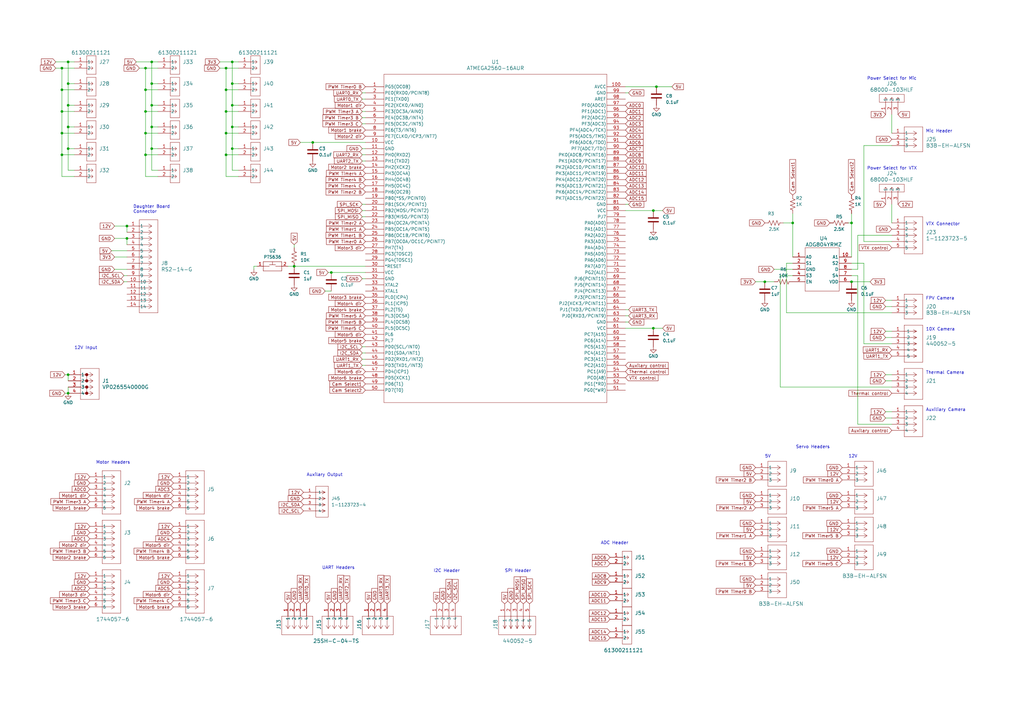
<source format=kicad_sch>
(kicad_sch (version 20230121) (generator eeschema)
  (paper "A3")
  (junction (at 349.25 115.57))
  (junction (at 27.94 25.4))
  (junction (at 62.23 43.18))
  (junction (at 25.4 63.5))
  (junction (at 92.71 54.61))
  (junction (at 27.94 52.07))
  (junction (at 27.94 60.96))
  (junction (at 59.69 54.61))
  (junction (at 92.71 27.94))
  (junction (at 269.24 35.56))
  (junction (at 95.25 60.96))
  (junction (at 120.65 109.22))
  (junction (at 59.69 63.5))
  (junction (at 325.12 91.44))
  (junction (at 92.71 63.5))
  (junction (at 52.07 92.71))
  (junction (at 313.69 115.57))
  (junction (at 128.27 58.42))
  (junction (at 92.71 36.83))
  (junction (at 62.23 60.96))
  (junction (at 59.69 27.94))
  (junction (at 267.97 86.36))
  (junction (at 27.94 34.29))
  (junction (at 25.4 45.72))
  (junction (at 349.25 91.44))
  (junction (at 52.07 97.79))
  (junction (at 92.71 45.72))
  (junction (at 62.23 52.07))
  (junction (at 59.69 45.72))
  (junction (at 27.94 43.18))
  (junction (at 267.97 134.62))
  (junction (at 62.23 25.4))
  (junction (at 95.25 52.07))
  (junction (at 27.94 161.29))
  (junction (at 95.25 43.18))
  (junction (at 135.89 111.76))
  (junction (at 95.25 34.29))
  (junction (at 62.23 34.29))
  (junction (at 59.69 36.83))
  (junction (at 27.94 153.67))
  (junction (at 95.25 25.4))
  (junction (at 25.4 27.94))
  (junction (at 25.4 54.61))
  (junction (at 25.4 36.83))
  (wire (pts (xy 25.4 27.94) (xy 30.48 27.94)))
  (wire (pts (xy 256.54 134.62) (xy 267.97 134.62)))
  (wire (pts (xy 354.33 59.69) (xy 354.33 99.06)))
  (wire (pts (xy 120.65 100.33) (xy 120.65 101.6)))
  (wire (pts (xy 351.79 173.99) (xy 351.79 113.03)))
  (wire (pts (xy 317.5 110.49) (xy 325.12 110.49)))
  (wire (pts (xy 322.58 128.27) (xy 322.58 107.95)))
  (wire (pts (xy 257.81 132.08) (xy 256.54 132.08)))
  (wire (pts (xy 59.69 63.5) (xy 59.69 54.61)))
  (wire (pts (xy 322.58 128.27) (xy 365.76 128.27)))
  (wire (pts (xy 59.69 27.94) (xy 59.69 36.83)))
  (wire (pts (xy 104.14 109.22) (xy 105.41 109.22)))
  (wire (pts (xy 64.77 36.83) (xy 59.69 36.83)))
  (wire (pts (xy 320.04 113.03) (xy 325.12 113.03)))
  (wire (pts (xy 46.99 110.49) (xy 52.07 110.49)))
  (wire (pts (xy 97.79 36.83) (xy 92.71 36.83)))
  (wire (pts (xy 365.76 173.99) (xy 351.79 173.99)))
  (wire (pts (xy 95.25 34.29) (xy 95.25 25.4)))
  (wire (pts (xy 30.48 69.85) (xy 27.94 69.85)))
  (wire (pts (xy 59.69 72.39) (xy 59.69 63.5)))
  (wire (pts (xy 148.59 45.72) (xy 149.86 45.72)))
  (wire (pts (xy 148.59 149.86) (xy 149.86 149.86)))
  (wire (pts (xy 26.67 161.29) (xy 27.94 161.29)))
  (wire (pts (xy 64.77 69.85) (xy 62.23 69.85)))
  (wire (pts (xy 59.69 45.72) (xy 59.69 36.83)))
  (wire (pts (xy 62.23 60.96) (xy 64.77 60.96)))
  (wire (pts (xy 50.8 115.57) (xy 52.07 115.57)))
  (wire (pts (xy 347.98 91.44) (xy 349.25 91.44)))
  (wire (pts (xy 57.15 27.94) (xy 59.69 27.94)))
  (wire (pts (xy 363.22 125.73) (xy 365.76 125.73)))
  (wire (pts (xy 27.94 69.85) (xy 27.94 60.96)))
  (wire (pts (xy 62.23 52.07) (xy 62.23 43.18)))
  (wire (pts (xy 325.12 91.44) (xy 325.12 105.41)))
  (wire (pts (xy 95.25 52.07) (xy 95.25 43.18)))
  (wire (pts (xy 354.33 99.06) (xy 365.76 99.06)))
  (wire (pts (xy 97.79 72.39) (xy 92.71 72.39)))
  (wire (pts (xy 148.59 114.3) (xy 149.86 114.3)))
  (wire (pts (xy 52.07 92.71) (xy 52.07 95.25)))
  (wire (pts (xy 104.14 110.49) (xy 104.14 109.22)))
  (wire (pts (xy 321.31 91.44) (xy 325.12 91.44)))
  (wire (pts (xy 365.76 96.52) (xy 351.79 96.52)))
  (wire (pts (xy 25.4 27.94) (xy 25.4 36.83)))
  (wire (pts (xy 62.23 34.29) (xy 62.23 25.4)))
  (wire (pts (xy 349.25 107.95) (xy 354.33 107.95)))
  (wire (pts (xy 30.48 34.29) (xy 27.94 34.29)))
  (wire (pts (xy 95.25 25.4) (xy 97.79 25.4)))
  (wire (pts (xy 97.79 34.29) (xy 95.25 34.29)))
  (wire (pts (xy 25.4 45.72) (xy 25.4 36.83)))
  (wire (pts (xy 309.88 115.57) (xy 313.69 115.57)))
  (wire (pts (xy 256.54 35.56) (xy 269.24 35.56)))
  (wire (pts (xy 256.54 86.36) (xy 267.97 86.36)))
  (wire (pts (xy 62.23 43.18) (xy 62.23 34.29)))
  (wire (pts (xy 22.86 27.94) (xy 25.4 27.94)))
  (wire (pts (xy 363.22 135.89) (xy 365.76 135.89)))
  (wire (pts (xy 92.71 27.94) (xy 97.79 27.94)))
  (wire (pts (xy 30.48 54.61) (xy 25.4 54.61)))
  (wire (pts (xy 97.79 69.85) (xy 95.25 69.85)))
  (wire (pts (xy 148.59 50.8) (xy 149.86 50.8)))
  (wire (pts (xy 148.59 38.1) (xy 149.86 38.1)))
  (wire (pts (xy 95.25 60.96) (xy 95.25 52.07)))
  (wire (pts (xy 351.79 113.03) (xy 349.25 113.03)))
  (wire (pts (xy 64.77 63.5) (xy 59.69 63.5)))
  (wire (pts (xy 349.25 91.44) (xy 349.25 105.41)))
  (wire (pts (xy 30.48 43.18) (xy 27.94 43.18)))
  (wire (pts (xy 313.69 115.57) (xy 317.5 115.57)))
  (wire (pts (xy 148.59 147.32) (xy 149.86 147.32)))
  (wire (pts (xy 118.11 109.22) (xy 120.65 109.22)))
  (wire (pts (xy 351.79 96.52) (xy 351.79 110.49)))
  (wire (pts (xy 62.23 60.96) (xy 62.23 52.07)))
  (wire (pts (xy 62.23 52.07) (xy 64.77 52.07)))
  (wire (pts (xy 148.59 83.82) (xy 149.86 83.82)))
  (wire (pts (xy 27.94 52.07) (xy 27.94 43.18)))
  (wire (pts (xy 349.25 87.63) (xy 349.25 91.44)))
  (wire (pts (xy 92.71 63.5) (xy 92.71 54.61)))
  (wire (pts (xy 95.25 69.85) (xy 95.25 60.96)))
  (wire (pts (xy 62.23 69.85) (xy 62.23 60.96)))
  (wire (pts (xy 95.25 52.07) (xy 97.79 52.07)))
  (wire (pts (xy 92.71 54.61) (xy 92.71 45.72)))
  (wire (pts (xy 92.71 72.39) (xy 92.71 63.5)))
  (wire (pts (xy 257.81 129.54) (xy 256.54 129.54)))
  (wire (pts (xy 97.79 43.18) (xy 95.25 43.18)))
  (wire (pts (xy 269.24 35.56) (xy 275.59 35.56)))
  (wire (pts (xy 30.48 45.72) (xy 25.4 45.72)))
  (wire (pts (xy 354.33 140.97) (xy 354.33 107.95)))
  (wire (pts (xy 50.8 113.03) (xy 52.07 113.03)))
  (wire (pts (xy 30.48 36.83) (xy 25.4 36.83)))
  (wire (pts (xy 64.77 43.18) (xy 62.23 43.18)))
  (wire (pts (xy 52.07 97.79) (xy 52.07 100.33)))
  (wire (pts (xy 349.25 115.57) (xy 356.87 115.57)))
  (wire (pts (xy 363.22 138.43) (xy 365.76 138.43)))
  (wire (pts (xy 27.94 158.75) (xy 27.94 161.29)))
  (wire (pts (xy 365.76 59.69) (xy 354.33 59.69)))
  (wire (pts (xy 148.59 142.24) (xy 149.86 142.24)))
  (wire (pts (xy 27.94 153.67) (xy 27.94 156.21)))
  (wire (pts (xy 46.99 97.79) (xy 52.07 97.79)))
  (wire (pts (xy 55.88 25.4) (xy 62.23 25.4)))
  (wire (pts (xy 363.22 123.19) (xy 365.76 123.19)))
  (wire (pts (xy 148.59 40.64) (xy 149.86 40.64)))
  (wire (pts (xy 257.81 38.1) (xy 256.54 38.1)))
  (wire (pts (xy 25.4 72.39) (xy 25.4 63.5)))
  (wire (pts (xy 90.17 27.94) (xy 92.71 27.94)))
  (wire (pts (xy 135.89 111.76) (xy 149.86 111.76)))
  (wire (pts (xy 64.77 34.29) (xy 62.23 34.29)))
  (wire (pts (xy 325.12 91.44) (xy 325.12 87.63)))
  (wire (pts (xy 46.99 105.41) (xy 52.07 105.41)))
  (wire (pts (xy 257.81 127) (xy 256.54 127)))
  (wire (pts (xy 363.22 168.91) (xy 365.76 168.91)))
  (wire (pts (xy 97.79 54.61) (xy 92.71 54.61)))
  (wire (pts (xy 123.19 58.42) (xy 128.27 58.42)))
  (wire (pts (xy 64.77 54.61) (xy 59.69 54.61)))
  (wire (pts (xy 22.86 25.4) (xy 27.94 25.4)))
  (wire (pts (xy 363.22 156.21) (xy 365.76 156.21)))
  (wire (pts (xy 25.4 54.61) (xy 25.4 45.72)))
  (wire (pts (xy 64.77 45.72) (xy 59.69 45.72)))
  (wire (pts (xy 363.22 171.45) (xy 365.76 171.45)))
  (wire (pts (xy 95.25 43.18) (xy 95.25 34.29)))
  (wire (pts (xy 97.79 63.5) (xy 92.71 63.5)))
  (wire (pts (xy 26.67 153.67) (xy 27.94 153.67)))
  (wire (pts (xy 365.76 140.97) (xy 354.33 140.97)))
  (wire (pts (xy 365.76 91.44) (xy 365.76 83.82)))
  (wire (pts (xy 90.17 25.4) (xy 95.25 25.4)))
  (wire (pts (xy 45.72 102.87) (xy 52.07 102.87)))
  (wire (pts (xy 27.94 52.07) (xy 30.48 52.07)))
  (wire (pts (xy 30.48 63.5) (xy 25.4 63.5)))
  (wire (pts (xy 128.27 58.42) (xy 149.86 58.42)))
  (wire (pts (xy 148.59 144.78) (xy 149.86 144.78)))
  (wire (pts (xy 27.94 25.4) (xy 30.48 25.4)))
  (wire (pts (xy 365.76 46.99) (xy 365.76 54.61)))
  (wire (pts (xy 134.62 111.76) (xy 135.89 111.76)))
  (wire (pts (xy 27.94 60.96) (xy 30.48 60.96)))
  (wire (pts (xy 59.69 54.61) (xy 59.69 45.72)))
  (wire (pts (xy 349.25 110.49) (xy 351.79 110.49)))
  (wire (pts (xy 30.48 72.39) (xy 25.4 72.39)))
  (wire (pts (xy 27.94 43.18) (xy 27.94 34.29)))
  (wire (pts (xy 148.59 66.04) (xy 149.86 66.04)))
  (wire (pts (xy 27.94 60.96) (xy 27.94 52.07)))
  (wire (pts (xy 257.81 83.82) (xy 256.54 83.82)))
  (wire (pts (xy 148.59 86.36) (xy 149.86 86.36)))
  (wire (pts (xy 97.79 45.72) (xy 92.71 45.72)))
  (wire (pts (xy 95.25 60.96) (xy 97.79 60.96)))
  (wire (pts (xy 62.23 25.4) (xy 64.77 25.4)))
  (wire (pts (xy 267.97 86.36) (xy 271.78 86.36)))
  (wire (pts (xy 267.97 134.62) (xy 271.78 134.62)))
  (wire (pts (xy 120.65 109.22) (xy 149.86 109.22)))
  (wire (pts (xy 363.22 153.67) (xy 365.76 153.67)))
  (wire (pts (xy 59.69 27.94) (xy 64.77 27.94)))
  (wire (pts (xy 27.94 34.29) (xy 27.94 25.4)))
  (wire (pts (xy 365.76 158.75) (xy 320.04 158.75)))
  (wire (pts (xy 46.99 92.71) (xy 52.07 92.71)))
  (wire (pts (xy 92.71 27.94) (xy 92.71 36.83)))
  (wire (pts (xy 320.04 158.75) (xy 320.04 113.03)))
  (wire (pts (xy 133.35 119.38) (xy 135.89 119.38)))
  (wire (pts (xy 148.59 88.9) (xy 149.86 88.9)))
  (wire (pts (xy 148.59 60.96) (xy 149.86 60.96)))
  (wire (pts (xy 148.59 63.5) (xy 149.86 63.5)))
  (wire (pts (xy 25.4 63.5) (xy 25.4 54.61)))
  (wire (pts (xy 64.77 72.39) (xy 59.69 72.39)))
  (wire (pts (xy 92.71 45.72) (xy 92.71 36.83)))
  (wire (pts (xy 322.58 107.95) (xy 325.12 107.95)))
  (wire (pts (xy 148.59 48.26) (xy 149.86 48.26)))
  (text "SPI Header" (at 207.01 234.95 0) (effects (font (size 1.27 1.27)) (justify left bottom)))
  (text "FPV Camera\n" (at 379.73 123.19 0) (effects (font (size 1.27 1.27)) (justify left bottom)))
  (text "Mic Header" (at 379.73 54.61 0) (effects (font (size 1.27 1.27)) (justify left bottom)))
  (text "12V" (at 347.98 187.96 0) (effects (font (size 1.27 1.27)) (justify left bottom)))
  (text "I2C Header" (at 177.8 234.95 0) (effects (font (size 1.27 1.27)) (justify left bottom)))
  (text "Daughter Board\nConnector" (at 54.61 87.63 0) (effects (font (size 1.27 1.27)) (justify left bottom)))
  (text "Power Select for Mic" (at 355.6 33.02 0) (effects (font (size 1.27 1.27)) (justify left bottom)))
  (text "Power Select for VTX" (at 355.6 69.85 0) (effects (font (size 1.27 1.27)) (justify left bottom)))
  (text "Auxiliary Camera" (at 379.73 168.91 0) (effects (font (size 1.27 1.27)) (justify left bottom)))
  (text "10X Camera" (at 379.73 135.89 0) (effects (font (size 1.27 1.27)) (justify left bottom)))
  (text "ADC Header" (at 246.38 223.52 0) (effects (font (size 1.27 1.27)) (justify left bottom)))
  (text "UART Headers" (at 132.08 233.68 0) (effects (font (size 1.27 1.27)) (justify left bottom)))
  (text "5V" (at 313.69 187.96 0) (effects (font (size 1.27 1.27)) (justify left bottom)))
  (text "Motor Headers" (at 39.37 190.5 0) (effects (font (size 1.27 1.27)) (justify left bottom)))
  (text "VTX Connector" (at 379.73 92.71 0) (effects (font (size 1.27 1.27)) (justify left bottom)))
  (text "12V Input" (at 30.48 143.51 0) (effects (font (size 1.27 1.27)) (justify left bottom)))
  (text "Servo Headers\n" (at 326.39 184.15 0) (effects (font (size 1.27 1.27)) (justify left bottom)))
  (text "Auxilary Output" (at 125.73 195.58 0) (effects (font (size 1.27 1.27)) (justify left bottom)))
  (text "Thermal Camera\n" (at 379.73 153.67 0) (effects (font (size 1.27 1.27)) (justify left bottom)))
  (global_label "ADC6" (shape input) (at 250.19 228.6 180) (property "Intersheetrefs" "${INTERSHEET_REFS}" (effects hide)))
  (global_label "5V" (shape input) (at 151.13 247.65 90) (property "Intersheetrefs" "${INTERSHEET_REFS}" (effects hide)))
  (global_label "Motor2 brake" (shape input) (at 36.83 228.6 180) (property "Intersheetrefs" "${INTERSHEET_REFS}" (effects hide)))
  (global_label "SPI_MISO" (shape input) (at 148.59 88.9 180) (property "Intersheetrefs" "${INTERSHEET_REFS}" (effects hide)))
  (global_label "ADC8" (shape input) (at 256.54 63.5 0) (property "Intersheetrefs" "${INTERSHEET_REFS}" (effects hide)))
  (global_label "12V" (shape input) (at 71.12 236.22 180) (property "Intersheetrefs" "${INTERSHEET_REFS}" (effects hide)))
  (global_label "UART0_TX" (shape input) (at 125.73 247.65 90) (property "Intersheetrefs" "${INTERSHEET_REFS}" (effects hide)))
  (global_label "GND" (shape input) (at 345.44 203.2 180) (property "Intersheetrefs" "${INTERSHEET_REFS}" (effects hide)))
  (global_label "GND" (shape input) (at 317.5 110.49 180) (property "Intersheetrefs" "${INTERSHEET_REFS}" (effects hide)))
  (global_label "GND" (shape input) (at 309.88 203.2 180) (property "Intersheetrefs" "${INTERSHEET_REFS}" (effects hide)))
  (global_label "12V" (shape input) (at 71.12 215.9 180) (property "Intersheetrefs" "${INTERSHEET_REFS}" (effects hide)))
  (global_label "PWM Timer3 B" (shape input) (at 36.83 226.06 180) (property "Intersheetrefs" "${INTERSHEET_REFS}" (effects hide)))
  (global_label "PWM Timer4 C" (shape input) (at 149.86 76.2 180) (property "Intersheetrefs" "${INTERSHEET_REFS}" (effects hide)))
  (global_label "UART1_TX" (shape input) (at 148.59 149.86 180) (property "Intersheetrefs" "${INTERSHEET_REFS}" (effects hide)))
  (global_label "12V" (shape input) (at 36.83 236.22 180) (property "Intersheetrefs" "${INTERSHEET_REFS}" (effects hide)))
  (global_label "5V" (shape input) (at 55.88 25.4 180) (property "Intersheetrefs" "${INTERSHEET_REFS}" (effects hide)))
  (global_label "5V" (shape input) (at 134.62 247.65 90) (property "Intersheetrefs" "${INTERSHEET_REFS}" (effects hide)))
  (global_label "SPI_SCK" (shape input) (at 148.59 83.82 180) (property "Intersheetrefs" "${INTERSHEET_REFS}" (effects hide)))
  (global_label "ADC12" (shape input) (at 250.19 251.46 180) (property "Intersheetrefs" "${INTERSHEET_REFS}" (effects hide)))
  (global_label "I2C_SDA" (shape input) (at 50.8 115.57 180) (property "Intersheetrefs" "${INTERSHEET_REFS}" (effects hide)))
  (global_label "Motor5 brake" (shape input) (at 71.12 228.6 180) (property "Intersheetrefs" "${INTERSHEET_REFS}" (effects hide)))
  (global_label "Motor3 brake" (shape input) (at 36.83 248.92 180) (property "Intersheetrefs" "${INTERSHEET_REFS}" (effects hide)))
  (global_label "ADC12" (shape input) (at 256.54 73.66 0) (property "Intersheetrefs" "${INTERSHEET_REFS}" (effects hide)))
  (global_label "GND" (shape input) (at 363.22 171.45 180) (property "Intersheetrefs" "${INTERSHEET_REFS}" (effects hide)))
  (global_label "ADC7" (shape input) (at 256.54 60.96 0) (property "Intersheetrefs" "${INTERSHEET_REFS}" (effects hide)))
  (global_label "GND" (shape input) (at 345.44 214.63 180) (property "Intersheetrefs" "${INTERSHEET_REFS}" (effects hide)))
  (global_label "12V" (shape input) (at 363.22 135.89 180) (property "Intersheetrefs" "${INTERSHEET_REFS}" (effects hide)))
  (global_label "Cam Select1" (shape input) (at 149.86 157.48 180) (property "Intersheetrefs" "${INTERSHEET_REFS}" (effects hide)))
  (global_label "5V" (shape input) (at 271.78 134.62 0) (property "Intersheetrefs" "${INTERSHEET_REFS}" (effects hide)))
  (global_label "UART1_RX" (shape input) (at 365.76 143.51 180) (property "Intersheetrefs" "${INTERSHEET_REFS}" (effects hide)))
  (global_label "GND" (shape input) (at 57.15 27.94 180) (property "Intersheetrefs" "${INTERSHEET_REFS}" (effects hide)))
  (global_label "Motor3 dir" (shape input) (at 149.86 101.6 180) (property "Intersheetrefs" "${INTERSHEET_REFS}" (effects hide)))
  (global_label "VTX control" (shape input) (at 256.54 154.94 0) (property "Intersheetrefs" "${INTERSHEET_REFS}" (effects hide)))
  (global_label "GND" (shape input) (at 120.65 247.65 90) (property "Intersheetrefs" "${INTERSHEET_REFS}" (effects hide)))
  (global_label "ADC5" (shape input) (at 71.12 241.3 180) (property "Intersheetrefs" "${INTERSHEET_REFS}" (effects hide)))
  (global_label "GND" (shape input) (at 137.16 247.65 90) (property "Intersheetrefs" "${INTERSHEET_REFS}" (effects hide)))
  (global_label "PWM Timer3 C" (shape input) (at 36.83 246.38 180) (property "Intersheetrefs" "${INTERSHEET_REFS}" (effects hide)))
  (global_label "12V" (shape input) (at 345.44 194.31 180) (property "Intersheetrefs" "${INTERSHEET_REFS}" (effects hide)))
  (global_label "Motor5 brake" (shape input) (at 149.86 139.7 180) (property "Intersheetrefs" "${INTERSHEET_REFS}" (effects hide)))
  (global_label "5V" (shape input) (at 207.01 247.65 90) (property "Intersheetrefs" "${INTERSHEET_REFS}" (effects hide)))
  (global_label "Motor1 brake" (shape input) (at 149.86 53.34 180) (property "Intersheetrefs" "${INTERSHEET_REFS}" (effects hide)))
  (global_label "GND" (shape input) (at 46.99 97.79 180) (property "Intersheetrefs" "${INTERSHEET_REFS}" (effects hide)))
  (global_label "ADC11" (shape input) (at 250.19 246.38 180) (property "Intersheetrefs" "${INTERSHEET_REFS}" (effects hide)))
  (global_label "Motor2 dir" (shape input) (at 149.86 55.88 180) (property "Intersheetrefs" "${INTERSHEET_REFS}" (effects hide)))
  (global_label "I2C_SCL" (shape input) (at 50.8 113.03 180) (property "Intersheetrefs" "${INTERSHEET_REFS}" (effects hide)))
  (global_label "Cam Select2" (shape input) (at 349.25 80.01 90) (property "Intersheetrefs" "${INTERSHEET_REFS}" (effects hide)))
  (global_label "ADC1" (shape input) (at 256.54 45.72 0) (property "Intersheetrefs" "${INTERSHEET_REFS}" (effects hide)))
  (global_label "GND" (shape input) (at 36.83 238.76 180) (property "Intersheetrefs" "${INTERSHEET_REFS}" (effects hide)))
  (global_label "UART3_TX" (shape input) (at 257.81 127 0) (property "Intersheetrefs" "${INTERSHEET_REFS}" (effects hide)))
  (global_label "Thermal control" (shape input) (at 256.54 152.4 0) (property "Intersheetrefs" "${INTERSHEET_REFS}" (effects hide)))
  (global_label "ADC10" (shape input) (at 256.54 68.58 0) (property "Intersheetrefs" "${INTERSHEET_REFS}" (effects hide)))
  (global_label "PWM Timer5 C" (shape input) (at 149.86 134.62 180) (property "Intersheetrefs" "${INTERSHEET_REFS}" (effects hide)))
  (global_label "ADC8" (shape input) (at 250.19 236.22 180) (property "Intersheetrefs" "${INTERSHEET_REFS}" (effects hide)))
  (global_label "I2C_SCL" (shape input) (at 124.46 209.55 180) (property "Intersheetrefs" "${INTERSHEET_REFS}" (effects hide)))
  (global_label "UART3_TX" (shape input) (at 158.75 247.65 90) (property "Intersheetrefs" "${INTERSHEET_REFS}" (effects hide)))
  (global_label "PWM Timer0 B" (shape input) (at 309.88 242.57 180) (property "Intersheetrefs" "${INTERSHEET_REFS}" (effects hide)))
  (global_label "PWM Timer5 A" (shape input) (at 149.86 129.54 180) (property "Intersheetrefs" "${INTERSHEET_REFS}" (effects hide)))
  (global_label "5V" (shape input) (at 271.78 86.36 0) (property "Intersheetrefs" "${INTERSHEET_REFS}" (effects hide)))
  (global_label "ADC0" (shape input) (at 256.54 43.18 0) (property "Intersheetrefs" "${INTERSHEET_REFS}" (effects hide)))
  (global_label "ADC4" (shape input) (at 71.12 220.98 180) (property "Intersheetrefs" "${INTERSHEET_REFS}" (effects hide)))
  (global_label "5V" (shape input) (at 118.11 247.65 90) (property "Intersheetrefs" "${INTERSHEET_REFS}" (effects hide)))
  (global_label "UART0_RX" (shape input) (at 123.19 247.65 90) (property "Intersheetrefs" "${INTERSHEET_REFS}" (effects hide)))
  (global_label "PWM Timer4 B" (shape input) (at 71.12 226.06 180) (property "Intersheetrefs" "${INTERSHEET_REFS}" (effects hide)))
  (global_label "GND" (shape input) (at 181.61 247.65 90) (property "Intersheetrefs" "${INTERSHEET_REFS}" (effects hide)))
  (global_label "ADC6" (shape input) (at 256.54 58.42 0) (property "Intersheetrefs" "${INTERSHEET_REFS}" (effects hide)))
  (global_label "Motor6 dir" (shape input) (at 149.86 152.4 180) (property "Intersheetrefs" "${INTERSHEET_REFS}" (effects hide)))
  (global_label "GND" (shape input) (at 148.59 114.3 180) (property "Intersheetrefs" "${INTERSHEET_REFS}" (effects hide)))
  (global_label "5V" (shape input) (at 368.3 46.99 0) (property "Intersheetrefs" "${INTERSHEET_REFS}" (effects hide)))
  (global_label "GND" (shape input) (at 124.46 204.47 180) (property "Intersheetrefs" "${INTERSHEET_REFS}" (effects hide)))
  (global_label "UART2_RX" (shape input) (at 139.7 247.65 90) (property "Intersheetrefs" "${INTERSHEET_REFS}" (effects hide)))
  (global_label "ADC9" (shape input) (at 256.54 66.04 0) (property "Intersheetrefs" "${INTERSHEET_REFS}" (effects hide)))
  (global_label "Motor5 dir" (shape input) (at 149.86 137.16 180) (property "Intersheetrefs" "${INTERSHEET_REFS}" (effects hide)))
  (global_label "ADC2" (shape input) (at 36.83 241.3 180) (property "Intersheetrefs" "${INTERSHEET_REFS}" (effects hide)))
  (global_label "Motor1 dir" (shape input) (at 149.86 43.18 180) (property "Intersheetrefs" "${INTERSHEET_REFS}" (effects hide)))
  (global_label "UART2_TX" (shape input) (at 148.59 66.04 180) (property "Intersheetrefs" "${INTERSHEET_REFS}" (effects hide)))
  (global_label "GND" (shape input) (at 71.12 218.44 180) (property "Intersheetrefs" "${INTERSHEET_REFS}" (effects hide)))
  (global_label "ADC5" (shape input) (at 256.54 55.88 0) (property "Intersheetrefs" "${INTERSHEET_REFS}" (effects hide)))
  (global_label "UART3_RX" (shape input) (at 156.21 247.65 90) (property "Intersheetrefs" "${INTERSHEET_REFS}" (effects hide)))
  (global_label "I2C_SDA" (shape input) (at 124.46 207.01 180) (property "Intersheetrefs" "${INTERSHEET_REFS}" (effects hide)))
  (global_label "GND" (shape input) (at 363.22 138.43 180) (property "Intersheetrefs" "${INTERSHEET_REFS}" (effects hide)))
  (global_label "5V" (shape input) (at 309.88 240.03 180) (property "Intersheetrefs" "${INTERSHEET_REFS}" (effects hide)))
  (global_label "GND" (shape input) (at 363.22 156.21 180) (property "Intersheetrefs" "${INTERSHEET_REFS}" (effects hide)))
  (global_label "GND" (shape input) (at 36.83 218.44 180) (property "Intersheetrefs" "${INTERSHEET_REFS}" (effects hide)))
  (global_label "SPI_MOSI" (shape input) (at 212.09 247.65 90) (property "Intersheetrefs" "${INTERSHEET_REFS}" (effects hide)))
  (global_label "5V" (shape input) (at 309.88 228.6 180) (property "Intersheetrefs" "${INTERSHEET_REFS}" (effects hide)))
  (global_label "Motor6 dir" (shape input) (at 71.12 243.84 180) (property "Intersheetrefs" "${INTERSHEET_REFS}" (effects hide)))
  (global_label "PWM Timer5 C" (shape input) (at 345.44 231.14 180) (property "Intersheetrefs" "${INTERSHEET_REFS}" (effects hide)))
  (global_label "GND" (shape input) (at 313.69 91.44 180) (property "Intersheetrefs" "${INTERSHEET_REFS}" (effects hide)))
  (global_label "GND" (shape input) (at 153.67 247.65 90) (property "Intersheetrefs" "${INTERSHEET_REFS}" (effects hide)))
  (global_label "Thermal control" (shape input) (at 365.76 161.29 180) (property "Intersheetrefs" "${INTERSHEET_REFS}" (effects hide)))
  (global_label "5V" (shape input) (at 179.07 247.65 90) (property "Intersheetrefs" "${INTERSHEET_REFS}" (effects hide)))
  (global_label "PWM Timer5 B" (shape input) (at 345.44 219.71 180) (property "Intersheetrefs" "${INTERSHEET_REFS}" (effects hide)))
  (global_label "GND" (shape input) (at 71.12 238.76 180) (property "Intersheetrefs" "${INTERSHEET_REFS}" (effects hide)))
  (global_label "Auxilary control" (shape input) (at 365.76 176.53 180) (property "Intersheetrefs" "${INTERSHEET_REFS}" (effects hide)))
  (global_label "PWM Timer0 A" (shape input) (at 149.86 99.06 180) (property "Intersheetrefs" "${INTERSHEET_REFS}" (effects hide)))
  (global_label "ADC14" (shape input) (at 256.54 78.74 0) (property "Intersheetrefs" "${INTERSHEET_REFS}" (effects hide)))
  (global_label "12V" (shape input) (at 363.22 123.19 180) (property "Intersheetrefs" "${INTERSHEET_REFS}" (effects hide)))
  (global_label "ADC10" (shape input) (at 250.19 243.84 180) (property "Intersheetrefs" "${INTERSHEET_REFS}" (effects hide)))
  (global_label "5V" (shape input) (at 134.62 111.76 180) (property "Intersheetrefs" "${INTERSHEET_REFS}" (effects hide)))
  (global_label "GND" (shape input) (at 340.36 91.44 180) (property "Intersheetrefs" "${INTERSHEET_REFS}" (effects hide)))
  (global_label "ADC4" (shape input) (at 256.54 53.34 0) (property "Intersheetrefs" "${INTERSHEET_REFS}" (effects hide)))
  (global_label "Motor3 dir" (shape input) (at 36.83 243.84 180) (property "Intersheetrefs" "${INTERSHEET_REFS}" (effects hide)))
  (global_label "12V" (shape input) (at 345.44 205.74 180) (property "Intersheetrefs" "${INTERSHEET_REFS}" (effects hide)))
  (global_label "5V" (shape input) (at 275.59 35.56 0) (property "Intersheetrefs" "${INTERSHEET_REFS}" (effects hide)))
  (global_label "Auxilary control" (shape input) (at 256.54 149.86 0) (property "Intersheetrefs" "${INTERSHEET_REFS}" (effects hide)))
  (global_label "GND" (shape input) (at 148.59 60.96 180) (property "Intersheetrefs" "${INTERSHEET_REFS}" (effects hide)))
  (global_label "ADC9" (shape input) (at 250.19 238.76 180) (property "Intersheetrefs" "${INTERSHEET_REFS}" (effects hide)))
  (global_label "PWM Timer2 A" (shape input) (at 309.88 208.28 180) (property "Intersheetrefs" "${INTERSHEET_REFS}" (effects hide)))
  (global_label "Motor4 brake" (shape input) (at 149.86 127 180) (property "Intersheetrefs" "${INTERSHEET_REFS}" (effects hide)))
  (global_label "I2C_SDA" (shape input) (at 148.59 144.78 180) (property "Intersheetrefs" "${INTERSHEET_REFS}" (effects hide)))
  (global_label "UART2_TX" (shape input) (at 142.24 247.65 90) (property "Intersheetrefs" "${INTERSHEET_REFS}" (effects hide)))
  (global_label "3V3" (shape input) (at 90.17 25.4 180) (property "Intersheetrefs" "${INTERSHEET_REFS}" (effects hide)))
  (global_label "UART1_RX" (shape input) (at 148.59 147.32 180) (property "Intersheetrefs" "${INTERSHEET_REFS}" (effects hide)))
  (global_label "5V" (shape input) (at 120.65 100.33 90) (property "Intersheetrefs" "${INTERSHEET_REFS}" (effects hide)))
  (global_label "12V" (shape input) (at 368.3 83.82 0) (property "Intersheetrefs" "${INTERSHEET_REFS}" (effects hide)))
  (global_label "UART0_RX" (shape input) (at 148.59 38.1 180) (property "Intersheetrefs" "${INTERSHEET_REFS}" (effects hide)))
  (global_label "5V" (shape input) (at 309.88 205.74 180) (property "Intersheetrefs" "${INTERSHEET_REFS}" (effects hide)))
  (global_label "GND" (shape input) (at 36.83 198.12 180) (property "Intersheetrefs" "${INTERSHEET_REFS}" (effects hide)))
  (global_label "12V" (shape input) (at 22.86 25.4 180) (property "Intersheetrefs" "${INTERSHEET_REFS}" (effects hide)))
  (global_label "ADC14" (shape input) (at 250.19 259.08 180) (property "Intersheetrefs" "${INTERSHEET_REFS}" (effects hide)))
  (global_label "GND" (shape input) (at 363.22 125.73 180) (property "Intersheetrefs" "${INTERSHEET_REFS}" (effects hide)))
  (global_label "Motor2 dir" (shape input) (at 36.83 223.52 180) (property "Intersheetrefs" "${INTERSHEET_REFS}" (effects hide)))
  (global_label "GND" (shape input) (at 257.81 132.08 0) (property "Intersheetrefs" "${INTERSHEET_REFS}" (effects hide)))
  (global_label "UART1_TX" (shape input) (at 365.76 146.05 180) (property "Intersheetrefs" "${INTERSHEET_REFS}" (effects hide)))
  (global_label "GND" (shape input) (at 309.88 226.06 180) (property "Intersheetrefs" "${INTERSHEET_REFS}" (effects hide)))
  (global_label "3V3" (shape input) (at 356.87 115.57 0) (property "Intersheetrefs" "${INTERSHEET_REFS}" (effects hide)))
  (global_label "12V" (shape input) (at 36.83 215.9 180) (property "Intersheetrefs" "${INTERSHEET_REFS}" (effects hide)))
  (global_label "PWM Timer4 A" (shape input) (at 71.12 205.74 180) (property "Intersheetrefs" "${INTERSHEET_REFS}" (effects hide)))
  (global_label "PWM Timer4 B" (shape input) (at 149.86 73.66 180) (property "Intersheetrefs" "${INTERSHEET_REFS}" (effects hide)))
  (global_label "ADC3" (shape input) (at 256.54 50.8 0) (property "Intersheetrefs" "${INTERSHEET_REFS}" (effects hide)))
  (global_label "GND" (shape input) (at 309.88 214.63 180) (property "Intersheetrefs" "${INTERSHEET_REFS}" (effects hide)))
  (global_label "UART0_TX" (shape input) (at 148.59 40.64 180) (property "Intersheetrefs" "${INTERSHEET_REFS}" (effects hide)))
  (global_label "5V" (shape input) (at 123.19 58.42 180) (property "Intersheetrefs" "${INTERSHEET_REFS}" (effects hide)))
  (global_label "12V" (shape input) (at 363.22 168.91 180) (property "Intersheetrefs" "${INTERSHEET_REFS}" (effects hide)))
  (global_label "PWM Timer2 A" (shape input) (at 149.86 91.44 180) (property "Intersheetrefs" "${INTERSHEET_REFS}" (effects hide)))
  (global_label "ADC15" (shape input) (at 250.19 261.62 180) (property "Intersheetrefs" "${INTERSHEET_REFS}" (effects hide)))
  (global_label "12V" (shape input) (at 363.22 153.67 180) (property "Intersheetrefs" "${INTERSHEET_REFS}" (effects hide)))
  (global_label "PWM Timer3 A" (shape input) (at 36.83 205.74 180) (property "Intersheetrefs" "${INTERSHEET_REFS}" (effects hide)))
  (global_label "PWM Timer3 C" (shape input) (at 148.59 50.8 180) (property "Intersheetrefs" "${INTERSHEET_REFS}" (effects hide)))
  (global_label "GND" (shape input) (at 365.76 57.15 180) (property "Intersheetrefs" "${INTERSHEET_REFS}" (effects hide)))
  (global_label "5V" (shape input) (at 309.88 194.31 180) (property "Intersheetrefs" "${INTERSHEET_REFS}" (effects hide)))
  (global_label "ADC7" (shape input) (at 250.19 231.14 180) (property "Intersheetrefs" "${INTERSHEET_REFS}" (effects hide)))
  (global_label "PWM Timer5 B" (shape input) (at 149.86 132.08 180) (property "Intersheetrefs" "${INTERSHEET_REFS}" (effects hide)))
  (global_label "GND" (shape input) (at 257.81 38.1 0) (property "Intersheetrefs" "${INTERSHEET_REFS}" (effects hide)))
  (global_label "GND" (shape input) (at 209.55 247.65 90) (property "Intersheetrefs" "${INTERSHEET_REFS}" (effects hide)))
  (global_label "VTX control" (shape input) (at 365.76 101.6 180) (property "Intersheetrefs" "${INTERSHEET_REFS}" (effects hide)))
  (global_label "GND" (shape input) (at 345.44 226.06 180) (property "Intersheetrefs" "${INTERSHEET_REFS}" (effects hide)))
  (global_label "Motor1 brake" (shape input) (at 36.83 208.28 180) (property "Intersheetrefs" "${INTERSHEET_REFS}" (effects hide)))
  (global_label "I2C_SDA" (shape input) (at 184.15 247.65 90) (property "Intersheetrefs" "${INTERSHEET_REFS}" (effects hide)))
  (global_label "ADC1" (shape input) (at 36.83 220.98 180) (property "Intersheetrefs" "${INTERSHEET_REFS}" (effects hide)))
  (global_label "ADC13" (shape input) (at 250.19 254 180) (property "Intersheetrefs" "${INTERSHEET_REFS}" (effects hide)))
  (global_label "3V3" (shape input) (at 46.99 105.41 180) (property "Intersheetrefs" "${INTERSHEET_REFS}" (effects hide)))
  (global_label "ADC3" (shape input) (at 71.12 200.66 180) (property "Intersheetrefs" "${INTERSHEET_REFS}" (effects hide)))
  (global_label "Motor4 brake" (shape input) (at 71.12 208.28 180) (property "Intersheetrefs" "${INTERSHEET_REFS}" (effects hide)))
  (global_label "PWM Timer2 B" (shape input) (at 309.88 196.85 180) (property "Intersheetrefs" "${INTERSHEET_REFS}" (effects hide)))
  (global_label "PWM Timer0 B" (shape input) (at 149.86 35.56 180) (property "Intersheetrefs" "${INTERSHEET_REFS}" (effects hide)))
  (global_label "Cam Select2" (shape input) (at 149.86 160.02 180) (property "Intersheetrefs" "${INTERSHEET_REFS}" (effects hide)))
  (global_label "ADC15" (shape input) (at 256.54 81.28 0) (property "Intersheetrefs" "${INTERSHEET_REFS}" (effects hide)))
  (global_label "ADC2" (shape input) (at 256.54 48.26 0) (property "Intersheetrefs" "${INTERSHEET_REFS}" (effects hide)))
  (global_label "SPI_SCK" (shape input) (at 217.17 247.65 90) (property "Intersheetrefs" "${INTERSHEET_REFS}" (effects hide)))
  (global_label "3V3" (shape input) (at 363.22 46.99 180) (property "Intersheetrefs" "${INTERSHEET_REFS}" (effects hide)))
  (global_label "PWM Timer1 A" (shape input) (at 149.86 93.98 180) (property "Intersheetrefs" "${INTERSHEET_REFS}" (effects hide)))
  (global_label "PWM Timer1 A" (shape input) (at 309.88 219.71 180) (property "Intersheetrefs" "${INTERSHEET_REFS}" (effects hide)))
  (global_label "UART2_RX" (shape input) (at 148.59 63.5 180) (property "Intersheetrefs" "${INTERSHEET_REFS}" (effects hide)))
  (global_label "GND" (shape input) (at 26.67 161.29 180) (property "Intersheetrefs" "${INTERSHEET_REFS}" (effects hide)))
  (global_label "PWM Timer0 A" (shape input) (at 345.44 196.85 180) (property "Intersheetrefs" "${INTERSHEET_REFS}" (effects hide)))
  (global_label "Motor1 dir" (shape input) (at 36.83 203.2 180) (property "Intersheetrefs" "${INTERSHEET_REFS}" (effects hide)))
  (global_label "PWM Timer3 A" (shape input) (at 148.59 45.72 180) (property "Intersheetrefs" "${INTERSHEET_REFS}" (effects hide)))
  (global_label "Motor2 brake" (shape input) (at 149.86 68.58 180) (property "Intersheetrefs" "${INTERSHEET_REFS}" (effects hide)))
  (global_label "GND" (shape input) (at 71.12 198.12 180) (property "Intersheetrefs" "${INTERSHEET_REFS}" (effects hide)))
  (global_label "GND" (shape input) (at 257.81 83.82 0) (property "Intersheetrefs" "${INTERSHEET_REFS}" (effects hide)))
  (global_label "I2C_SCL" (shape input) (at 186.69 247.65 90) (property "Intersheetrefs" "${INTERSHEET_REFS}" (effects hide)))
  (global_label "Motor5 dir" (shape input) (at 71.12 223.52 180) (property "Intersheetrefs" "${INTERSHEET_REFS}" (effects hide)))
  (global_label "PWM Timer2 B" (shape input) (at 149.86 78.74 180) (property "Intersheetrefs" "${INTERSHEET_REFS}" (effects hide)))
  (global_label "SPI_MOSI" (shape input) (at 148.59 86.36 180) (property "Intersheetrefs" "${INTERSHEET_REFS}" (effects hide)))
  (global_label "Motor4 dir" (shape input) (at 71.12 203.2 180) (property "Intersheetrefs" "${INTERSHEET_REFS}" (effects hide)))
  (global_label "PWM Timer1 B" (shape input) (at 309.88 231.14 180) (property "Intersheetrefs" "${INTERSHEET_REFS}" (effects hide)))
  (global_label "Motor4 dir" (shape input) (at 149.86 124.46 180) (property "Intersheetrefs" "${INTERSHEET_REFS}" (effects hide)))
  (global_label "12V" (shape input) (at 26.67 153.67 180) (property "Intersheetrefs" "${INTERSHEET_REFS}" (effects hide)))
  (global_label "12V" (shape input) (at 36.83 195.58 180) (property "Intersheetrefs" "${INTERSHEET_REFS}" (effects hide)))
  (global_label "PWM Timer4 C" (shape input) (at 71.12 246.38 180) (property "Intersheetrefs" "${INTERSHEET_REFS}" (effects hide)))
  (global_label "I2C_SCL" (shape input) (at 148.59 142.24 180) (property "Intersheetrefs" "${INTERSHEET_REFS}" (effects hide)))
  (global_label "GND" (shape input) (at 345.44 191.77 180) (property "Intersheetrefs" "${INTERSHEET_REFS}" (effects hide)))
  (global_label "PWM Timer5 A" (shape input) (at 345.44 208.28 180) (property "Intersheetrefs" "${INTERSHEET_REFS}" (effects hide)))
  (global_label "ADC13" (shape input) (at 256.54 76.2 0) (property "Intersheetrefs" "${INTERSHEET_REFS}" (effects hide)))
  (global_label "12V" (shape input) (at 345.44 217.17 180) (property "Intersheetrefs" "${INTERSHEET_REFS}" (effects hide)))
  (global_label "GND" (shape input) (at 309.88 237.49 180) (property "Intersheetrefs" "${INTERSHEET_REFS}" (effects hide)))
  (global_label "Cam Select1" (shape input) (at 325.12 80.01 90) (property "Intersheetrefs" "${INTERSHEET_REFS}" (effects hide)))
  (global_label "SPI_MISO" (shape input) (at 214.63 247.65 90) (property "Intersheetrefs" "${INTERSHEET_REFS}" (effects hide)))
  (global_label "GND" (shape input) (at 133.35 119.38 180) (property "Intersheetrefs" "${INTERSHEET_REFS}" (effects hide)))
  (global_label "ADC0" (shape input) (at 36.83 200.66 180) (property "Intersheetrefs" "${INTERSHEET_REFS}" (effects hide)))
  (global_label "5V" (shape input) (at 45.72 102.87 180) (property "Intersheetrefs" "${INTERSHEET_REFS}" (effects hide)))
  (global_label "GND" (shape input) (at 365.76 93.98 180) (property "Intersheetrefs" "${INTERSHEET_REFS}" (effects hide)))
  (global_label "5V" (shape input) (at 309.88 217.17 180) (property "Intersheetrefs" "${INTERSHEET_REFS}" (effects hide)))
  (global_label "PWM Timer3 B" (shape input) (at 148.59 48.26 180) (property "Intersheetrefs" "${INTERSHEET_REFS}" (effects hide)))
  (global_label "Motor6 brake" (shape input) (at 149.86 154.94 180) (property "Intersheetrefs" "${INTERSHEET_REFS}" (effects hide)))
  (global_label "GND" (shape input) (at 309.88 191.77 180) (property "Intersheetrefs" "${INTERSHEET_REFS}" (effects hide)))
  (global_label "12V" (shape input) (at 124.46 201.93 180) (property "Intersheetrefs" "${INTERSHEET_REFS}" (effects hide)))
  (global_label "5V" (shape input) (at 363.22 83.82 180) (property "Intersheetrefs" "${INTERSHEET_REFS}" (effects hide)))
  (global_label "GND" (shape input) (at 90.17 27.94 180) (property "Intersheetrefs" "${INTERSHEET_REFS}" (effects hide)))
  (global_label "12V" (shape input) (at 71.12 195.58 180) (property "Intersheetrefs" "${INTERSHEET_REFS}" (effects hide)))
  (global_label "Motor6 brake" (shape input) (at 71.12 248.92 180) (property "Intersheetrefs" "${INTERSHEET_REFS}" (effects hide)))
  (global_label "PWM Timer4 A" (shape input) (at 149.86 71.12 180) (property "Intersheetrefs" "${INTERSHEET_REFS}" (effects hide)))
  (global_label "UART3_RX" (shape input) (at 257.81 129.54 0) (property "Intersheetrefs" "${INTERSHEET_REFS}" (effects hide)))
  (global_label "12V" (shape input) (at 345.44 228.6 180) (property "Intersheetrefs" "${INTERSHEET_REFS}" (effects hide)))
  (global_label "3V3" (shape input) (at 309.88 115.57 180) (property "Intersheetrefs" "${INTERSHEET_REFS}" (effects hide)))
  (global_label "GND" (shape input) (at 46.99 110.49 180) (property "Intersheetrefs" "${INTERSHEET_REFS}" (effects hide)))
  (global_label "Motor3 brake" (shape input) (at 149.86 121.92 180) (property "Intersheetrefs" "${INTERSHEET_REFS}" (effects hide)))
  (global_label "12V" (shape input) (at 46.99 92.71 180) (property "Intersheetrefs" "${INTERSHEET_REFS}" (effects hide)))
  (global_label "GND" (shape input) (at 22.86 27.94 180) (property "Intersheetrefs" "${INTERSHEET_REFS}" (effects hide)))
  (global_label "ADC11" (shape input) (at 256.54 71.12 0) (property "Intersheetrefs" "${INTERSHEET_REFS}" (effects hide)))
  (global_label "PWM Timer1 B" (shape input) (at 149.86 96.52 180) (property "Intersheetrefs" "${INTERSHEET_REFS}" (effects hide)))
  (symbol (lib_id "Device:R_US") (at 349.25 83.82 0) (unit 1)
    (property "Reference" "R4" (at 350.52 81.28 0) (effects (justify left)))
    (property "Value" "1K" (at 350.52 83.82 0) (effects (justify left)))
    (property "Footprint" "Resistor_SMD:R_0603_1608Metric" (effects hide))
  )
  (symbol (lib_id "PowerHeader:VP0265540000G") (at 27.94 153.67 0) (unit 1)
    (property "Reference" "J1" (at 41.91 156.21 0) (effects (font (size 1.524 1.524)) (justify left)))
    (property "Value" "VP0265540000G" (at 41.91 158.75 0) (effects (font (size 1.524 1.524)) (justify left)))
    (property "Footprint" "PowerHeader:CONN_VP0265x4xxxxG_AMP" (effects hide))
    (property "Datasheet" "VP0265540000G" (effects hide))
  )
  (symbol (lib_id "2PinDupont:61300211121") (at 64.77 52.07 0) (unit 1)
    (property "Reference" "J36" (at 74.93 52.07 0) (effects (font (size 1.524 1.524)) (justify left)))
    (property "Value" "61300211121" (effects hide))
    (property "Footprint" "2PinDupont:CONN_61300211121_WRE" (effects hide))
    (property "Datasheet" "61300211121" (effects hide))
  )
  (symbol (lib_id "4PinHeader:B4B-EH-ALFSN") (at 151.13 247.65 90) (mirror x) (unit 1)
    (property "Reference" "J16" (at 147.32 254 0) (effects (font (size 1.524 1.524)) (justify left)))
    (property "Value" "25SH-C-04-TS" (effects hide))
    (property "Footprint" "4PinHeader:CONN_B4B-EH-A_JST" (effects hide))
    (property "Datasheet" "25SH-C-04-TS" (effects hide))
  )
  (symbol (lib_id "4PinHeader:B4B-EH-ALFSN") (at 365.76 153.67 0) (unit 1)
    (property "Reference" "J21" (at 379.73 156.21 0) (effects (font (size 1.524 1.524)) (justify left)))
    (property "Value" "25SH-C-04-TS" (effects hide))
    (property "Footprint" "4PinHeader:CONN_B4B-EH-A_JST" (effects hide))
    (property "Datasheet" "25SH-C-04-TS" (effects hide))
  )
  (symbol (lib_id "ResetButton:PTS636") (at 111.76 109.22 0) (unit 1)
    (property "Reference" "U2" (at 111.76 102.87 0))
    (property "Value" "PTS636" (at 111.76 105.41 0))
    (property "Footprint" "ResetButton:PTS636" (effects hide))
  )
  (symbol (lib_id "MotorHeader:1744057-6") (at 36.83 236.22 0) (unit 1)
    (property "Reference" "J4" (at 50.8 238.76 0) (effects (font (size 1.524 1.524)) (justify left)))
    (property "Value" "1744057-6" (at 39.37 254 0) (effects (font (size 1.524 1.524)) (justify left)))
    (property "Footprint" "MotorHeader:conn6_1744057-6_TEC" (effects hide))
    (property "Datasheet" "1744057-6" (effects hide))
  )
  (symbol (lib_id "2PinDupont:61300211121") (at 97.79 69.85 0) (unit 1)
    (property "Reference" "J44" (at 107.95 69.85 0) (effects (font (size 1.524 1.524)) (justify left)))
    (property "Value" "61300211121" (effects hide))
    (property "Footprint" "2PinDupont:CONN_61300211121_WRE" (effects hide))
    (property "Datasheet" "61300211121" (effects hide))
  )
  (symbol (lib_id "ServoHeader:B3B-EH-ALFSN") (at 309.88 191.77 0) (unit 1)
    (property "Reference" "J9" (at 323.85 193.04 0) (effects (font (size 1.524 1.524)) (justify left)))
    (property "Value" "B3B-EH-ALFSN" (effects hide))
    (property "Footprint" "ServoHeader:CONN3_B3B-EH-ALFSN_JST" (effects hide))
    (property "Datasheet" "B3B-EH-ALFSN" (effects hide))
  )
  (symbol (lib_id "power:GND") (at 104.14 110.49 0) (unit 1)
    (property "Reference" "#PWR02" (effects hide))
    (property "Value" "GND" (at 104.14 114.3 0))
  )
  (symbol (lib_id "power:GND") (at 269.24 43.18 0) (unit 1)
    (property "Reference" "#PWR09" (effects hide))
    (property "Value" "GND" (at 269.24 46.99 0))
  )
  (symbol (lib_id "2PinDupont:61300211121") (at 30.48 52.07 0) (unit 1)
    (property "Reference" "J30" (at 40.64 52.07 0) (effects (font (size 1.524 1.524)) (justify left)))
    (property "Value" "61300211121" (effects hide))
    (property "Footprint" "2PinDupont:CONN_61300211121_WRE" (effects hide))
    (property "Datasheet" "61300211121" (effects hide))
  )
  (symbol (lib_id "power:GND") (at 128.27 66.04 0) (unit 1)
    (property "Reference" "#PWR06" (effects hide))
    (property "Value" "GND" (at 128.27 69.85 0))
  )
  (symbol (lib_id "MotorHeader:1744057-6") (at 36.83 195.58 0) (unit 1)
    (property "Reference" "J2" (at 50.8 198.12 0) (effects (font (size 1.524 1.524)) (justify left)))
    (property "Value" "1744057-6" (effects hide))
    (property "Footprint" "MotorHeader:conn6_1744057-6_TEC" (effects hide))
    (property "Datasheet" "1744057-6" (effects hide))
  )
  (symbol (lib_id "4PinHeader:B4B-EH-ALFSN") (at 118.11 247.65 90) (mirror x) (unit 1)
    (property "Reference" "J13" (at 114.3 254 0) (effects (font (size 1.524 1.524)) (justify left)))
    (property "Value" "25SH-C-04-TS" (at 147.32 262.89 90) (effects (font (size 1.524 1.524)) (justify left)))
    (property "Footprint" "4PinHeader:CONN_B4B-EH-A_JST" (effects hide))
    (property "Datasheet" "25SH-C-04-TS" (effects hide))
  )
  (symbol (lib_id "Device:R_US") (at 325.12 83.82 0) (unit 1)
    (property "Reference" "R2" (at 326.39 81.28 0) (effects (justify left)))
    (property "Value" "1K" (at 326.39 83.82 0) (effects (justify left)))
    (property "Footprint" "Resistor_SMD:R_0603_1608Metric" (effects hide))
  )
  (symbol (lib_id "2PinDupont:61300211121") (at 97.79 25.4 0) (unit 1)
    (property "Reference" "J39" (at 107.95 25.4 0) (effects (font (size 1.524 1.524)) (justify left)))
    (property "Value" "61300211121" (at 97.79 21.59 0) (effects (font (size 1.524 1.524)) (justify left)))
    (property "Footprint" "2PinDupont:CONN_61300211121_WRE" (effects hide))
    (property "Datasheet" "61300211121" (effects hide))
  )
  (symbol (lib_id "3PinDupont:68000-103HLF") (at 363.22 46.99 90) (unit 1)
    (property "Reference" "J26" (at 365.76 34.29 90) (effects (font (size 1.524 1.524))))
    (property "Value" "68000-103HLF" (at 365.76 36.83 90) (effects (font (size 1.524 1.524))))
    (property "Footprint" "3PinDupont:CONN_68000-103HLF_AMP" (effects hide))
    (property "Datasheet" "68000-103HLF" (effects hide))
  )
  (symbol (lib_id "MotorHeader:1744057-6") (at 36.83 215.9 0) (unit 1)
    (property "Reference" "J3" (at 50.8 218.44 0) (effects (font (size 1.524 1.524)) (justify left)))
    (property "Value" "1744057-6" (effects hide))
    (property "Footprint" "MotorHeader:conn6_1744057-6_TEC" (effects hide))
    (property "Datasheet" "1744057-6" (effects hide))
  )
  (symbol (lib_id "2PinDupont:61300211121") (at 30.48 69.85 0) (unit 1)
    (property "Reference" "J32" (at 40.64 69.85 0) (effects (font (size 1.524 1.524)) (justify left)))
    (property "Value" "61300211121" (effects hide))
    (property "Footprint" "2PinDupont:CONN_61300211121_WRE" (effects hide))
    (property "Datasheet" "61300211121" (effects hide))
  )
  (symbol (lib_id "2PinDupont:61300211121") (at 30.48 60.96 0) (unit 1)
    (property "Reference" "J31" (at 40.64 60.96 0) (effects (font (size 1.524 1.524)) (justify left)))
    (property "Value" "61300211121" (effects hide))
    (property "Footprint" "2PinDupont:CONN_61300211121_WRE" (effects hide))
    (property "Datasheet" "61300211121" (effects hide))
  )
  (symbol (lib_id "MotorHeader:1744057-6") (at 71.12 236.22 0) (unit 1)
    (property "Reference" "J7" (at 85.09 241.3 0) (effects (font (size 1.524 1.524)) (justify left)))
    (property "Value" "1744057-6" (at 73.66 254 0) (effects (font (size 1.524 1.524)) (justify left)))
    (property "Footprint" "MotorHeader:conn6_1744057-6_TEC" (effects hide))
    (property "Datasheet" "1744057-6" (effects hide))
  )
  (symbol (lib_id "Device:R_US") (at 321.31 115.57 90) (unit 1)
    (property "Reference" "R6" (at 321.31 110.49 90))
    (property "Value" "10K" (at 321.31 113.03 90))
    (property "Footprint" "Resistor_SMD:R_0603_1608Metric" (effects hide))
  )
  (symbol (lib_id "power:GND") (at 349.25 123.19 0) (unit 1)
    (property "Reference" "#PWR08" (effects hide))
    (property "Value" "GND" (at 349.25 127 0))
  )
  (symbol (lib_id "Device:C") (at 349.25 119.38 0) (unit 1)
    (property "Reference" "C6" (at 353.06 118.11 0) (effects (justify left)))
    (property "Value" "0.1uF" (at 353.06 120.65 0) (effects (justify left)))
    (property "Footprint" "Capacitor_SMD:C_0603_1608Metric" (effects hide))
  )
  (symbol (lib_id "power:GND") (at 120.65 116.84 0) (unit 1)
    (property "Reference" "#PWR01" (effects hide))
    (property "Value" "GND" (at 120.65 120.65 0))
  )
  (symbol (lib_id "4PinHeader:B4B-EH-ALFSN") (at 179.07 247.65 90) (mirror x) (unit 1)
    (property "Reference" "J17" (at 175.26 254 0) (effects (font (size 1.524 1.524)) (justify left)))
    (property "Value" "25SH-C-04-TS" (effects hide))
    (property "Footprint" "4PinHeader:CONN_B4B-EH-A_JST" (effects hide))
    (property "Datasheet" "25SH-C-04-TS" (effects hide))
  )
  (symbol (lib_id "Device:C") (at 267.97 138.43 0) (unit 1)
    (property "Reference" "C4" (at 271.78 137.16 0) (effects (justify left)))
    (property "Value" "0.1uF" (at 271.78 139.7 0) (effects (justify left)))
    (property "Footprint" "Capacitor_SMD:C_0603_1608Metric" (effects hide))
  )
  (symbol (lib_id "power:GND") (at 267.97 142.24 0) (unit 1)
    (property "Reference" "#PWR04" (effects hide))
    (property "Value" "GND" (at 267.97 146.05 0))
  )
  (symbol (lib_id "ServoHeader:B3B-EH-ALFSN") (at 309.88 226.06 0) (unit 1)
    (property "Reference" "J12" (at 323.85 227.33 0) (effects (font (size 1.524 1.524)) (justify left)))
    (property "Value" "B3B-EH-ALFSN" (effects hide))
    (property "Footprint" "ServoHeader:CONN3_B3B-EH-ALFSN_JST" (effects hide))
    (property "Datasheet" "B3B-EH-ALFSN" (effects hide))
  )
  (symbol (lib_id "2PinDupont:61300211121") (at 30.48 25.4 0) (unit 1)
    (property "Reference" "J27" (at 40.64 25.4 0) (effects (font (size 1.524 1.524)) (justify left)))
    (property "Value" "61300211121" (at 29.21 21.59 0) (effects (font (size 1.524 1.524)) (justify left)))
    (property "Footprint" "2PinDupont:CONN_61300211121_WRE" (effects hide))
    (property "Datasheet" "61300211121" (effects hide))
  )
  (symbol (lib_id "5PinHeader7.5A:1-1123723-5") (at 365.76 91.44 0) (unit 1)
    (property "Reference" "J23" (at 379.73 95.25 0) (effects (font (size 1.524 1.524)) (justify left)))
    (property "Value" "1-1123723-5" (at 379.73 97.79 0) (effects (font (size 1.524 1.524)) (justify left)))
    (property "Footprint" "5PinHeader7.5A:conn5_1-1123723-5_TEC" (effects hide))
    (property "Datasheet" "1-1123723-5" (effects hide))
  )
  (symbol (lib_id "Device:C") (at 135.89 115.57 0) (unit 1)
    (property "Reference" "C2" (at 139.7 114.3 0) (effects (justify left)))
    (property "Value" "0.1uF" (at 139.7 116.84 0) (effects (justify left)))
    (property "Footprint" "Capacitor_SMD:C_0603_1608Metric" (effects hide))
  )
  (symbol (lib_id "2PinDupont:61300211121") (at 250.19 228.6 0) (unit 1)
    (property "Reference" "J51" (at 260.35 228.6 0) (effects (font (size 1.524 1.524)) (justify left)))
    (property "Value" "61300211121" (effects hide))
    (property "Footprint" "2PinDupont:CONN_61300211121_WRE" (effects hide))
    (property "Datasheet" "61300211121" (effects hide))
  )
  (symbol (lib_id "Device:C") (at 267.97 90.17 0) (unit 1)
    (property "Reference" "C5" (at 271.78 88.9 0) (effects (justify left)))
    (property "Value" "0.1uF" (at 271.78 91.44 0) (effects (justify left)))
    (property "Footprint" "Capacitor_SMD:C_0603_1608Metric" (effects hide))
  )
  (symbol (lib_id "ServoHeader:B3B-EH-ALFSN") (at 345.44 203.2 0) (unit 1)
    (property "Reference" "J47" (at 359.41 204.47 0) (effects (font (size 1.524 1.524)) (justify left)))
    (property "Value" "B3B-EH-ALFSN" (effects hide))
    (property "Footprint" "ServoHeader:CONN3_B3B-EH-ALFSN_JST" (effects hide))
    (property "Datasheet" "B3B-EH-ALFSN" (effects hide))
  )
  (symbol (lib_id "Device:C") (at 269.24 39.37 0) (unit 1)
    (property "Reference" "C8" (at 273.05 39.37 0) (effects (justify left)))
    (property "Value" "0.1uF" (at 273.05 41.91 0) (effects (justify left)))
    (property "Footprint" "Capacitor_SMD:C_0603_1608Metric" (effects hide))
  )
  (symbol (lib_id "Device:C") (at 313.69 119.38 0) (unit 1)
    (property "Reference" "C7" (at 316.23 118.11 0) (effects (justify left)))
    (property "Value" "1uF" (at 316.23 120.65 0) (effects (justify left)))
    (property "Footprint" "Capacitor_SMD:C_0603_1608Metric" (effects hide))
  )
  (symbol (lib_id "2PinDupont:61300211121") (at 30.48 34.29 0) (unit 1)
    (property "Reference" "J28" (at 40.64 34.29 0) (effects (font (size 1.524 1.524)) (justify left)))
    (property "Value" "61300211121" (effects hide))
    (property "Footprint" "2PinDupont:CONN_61300211121_WRE" (effects hide))
    (property "Datasheet" "61300211121" (effects hide))
  )
  (symbol (lib_id "2PinDupont:61300211121") (at 250.19 236.22 0) (unit 1)
    (property "Reference" "J52" (at 260.35 236.22 0) (effects (font (size 1.524 1.524)) (justify left)))
    (property "Value" "61300211121" (effects hide))
    (property "Footprint" "2PinDupont:CONN_61300211121_WRE" (effects hide))
    (property "Datasheet" "61300211121" (effects hide))
  )
  (symbol (lib_id "Device:C") (at 120.65 113.03 0) (unit 1)
    (property "Reference" "C1" (at 124.46 111.76 0) (effects (justify left)))
    (property "Value" "1uF" (at 124.46 114.3 0) (effects (justify left)))
    (property "Footprint" "Capacitor_SMD:C_0603_1608Metric" (effects hide))
  )
  (symbol (lib_id "2PinDupont:61300211121") (at 97.79 34.29 0) (unit 1)
    (property "Reference" "J40" (at 107.95 34.29 0) (effects (font (size 1.524 1.524)) (justify left)))
    (property "Value" "61300211121" (effects hide))
    (property "Footprint" "2PinDupont:CONN_61300211121_WRE" (effects hide))
    (property "Datasheet" "61300211121" (effects hide))
  )
  (symbol (lib_id "2PinDupont:61300211121") (at 64.77 60.96 0) (unit 1)
    (property "Reference" "J37" (at 74.93 60.96 0) (effects (font (size 1.524 1.524)) (justify left)))
    (property "Value" "61300211121" (effects hide))
    (property "Footprint" "2PinDupont:CONN_61300211121_WRE" (effects hide))
    (property "Datasheet" "61300211121" (effects hide))
  )
  (symbol (lib_id "4PinHeader:B4B-EH-ALFSN") (at 134.62 247.65 90) (mirror x) (unit 1)
    (property "Reference" "J15" (at 130.81 254 0) (effects (font (size 1.524 1.524)) (justify left)))
    (property "Value" "25SH-C-04-TS" (effects hide))
    (property "Footprint" "4PinHeader:CONN_B4B-EH-A_JST" (effects hide))
    (property "Datasheet" "25SH-C-04-TS" (effects hide))
  )
  (symbol (lib_id "5PinHeader:440052-5") (at 374.65 140.97 180) (unit 1)
    (property "Reference" "J19" (at 379.73 138.43 0) (effects (font (size 1.524 1.524)) (justify right)))
    (property "Value" "440052-5" (at 379.73 140.97 0) (effects (font (size 1.524 1.524)) (justify right)))
    (property "Footprint" "5PinHeader7.5A:conn5_1-1123723-5_TEC" (effects hide))
    (property "PARTREV" "R" (effects hide))
    (property "STANDARD" "Manufacturer Recommendations" (effects hide))
    (property "MANUFACTURER" "TE" (effects hide))
  )
  (symbol (lib_id "5PinHeader:440052-5") (at 212.09 256.54 270) (mirror x) (unit 1)
    (property "Reference" "J18" (at 203.2 254 0) (effects (font (size 1.524 1.524)) (justify right)))
    (property "Value" "440052-5" (at 218.44 262.89 90) (effects (font (size 1.524 1.524)) (justify right)))
    (property "Footprint" "5PinHeader:TE_440052-5" (effects hide))
    (property "PARTREV" "R" (effects hide))
    (property "STANDARD" "Manufacturer Recommendations" (effects hide))
    (property "MANUFACTURER" "TE" (effects hide))
  )
  (symbol (lib_id "2PinDupont:61300211121") (at 250.19 243.84 0) (unit 1)
    (property "Reference" "J53" (at 260.35 243.84 0) (effects (font (size 1.524 1.524)) (justify left)))
    (property "Value" "61300211121" (effects hide))
    (property "Footprint" "2PinDupont:CONN_61300211121_WRE" (effects hide))
    (property "Datasheet" "61300211121" (effects hide))
  )
  (symbol (lib_id "ServoHeader:B3B-EH-ALFSN") (at 365.76 123.19 0) (unit 1)
    (property "Reference" "J20" (at 379.73 125.73 0) (effects (font (size 1.524 1.524)) (justify left)))
    (property "Value" "B3B-EH-ALFSN" (at 379.73 128.27 0) (effects (font (size 1.524 1.524)) (justify left)))
    (property "Footprint" "ServoHeader:CONN3_B3B-EH-ALFSN_JST" (effects hide))
    (property "Datasheet" "B3B-EH-ALFSN" (effects hide))
  )
  (symbol (lib_id "2PinDupont:61300211121") (at 97.79 43.18 0) (unit 1)
    (property "Reference" "J41" (at 107.95 43.18 0) (effects (font (size 1.524 1.524)) (justify left)))
    (property "Value" "61300211121" (effects hide))
    (property "Footprint" "2PinDupont:CONN_61300211121_WRE" (effects hide))
    (property "Datasheet" "61300211121" (effects hide))
  )
  (symbol (lib_id "Device:R_US") (at 120.65 105.41 0) (unit 1)
    (property "Reference" "R1" (at 123.19 104.14 0) (effects (justify left)))
    (property "Value" "10K" (at 123.19 106.68 0) (effects (justify left)))
    (property "Footprint" "Resistor_SMD:R_0603_1608Metric" (effects hide))
  )
  (symbol (lib_id "2PinDupont:61300211121") (at 250.19 251.46 0) (unit 1)
    (property "Reference" "J54" (at 260.35 251.46 0) (effects (font (size 1.524 1.524)) (justify left)))
    (property "Value" "61300211121" (effects hide))
    (property "Footprint" "2PinDupont:CONN_61300211121_WRE" (effects hide))
    (property "Datasheet" "61300211121" (effects hide))
  )
  (symbol (lib_id "2PinDupont:61300211121") (at 64.77 34.29 0) (unit 1)
    (property "Reference" "J34" (at 74.93 34.29 0) (effects (font (size 1.524 1.524)) (justify left)))
    (property "Value" "61300211121" (effects hide))
    (property "Footprint" "2PinDupont:CONN_61300211121_WRE" (effects hide))
    (property "Datasheet" "61300211121" (effects hide))
  )
  (symbol (lib_id "ATMEGA2560:ATMEGA2560-16AUR") (at 149.86 35.56 0) (unit 1)
    (property "Reference" "U1" (at 203.2 25.4 0) (effects (font (size 1.524 1.524))))
    (property "Value" "ATMEGA2560-16AUR" (at 203.2 27.94 0) (effects (font (size 1.524 1.524))))
    (property "Footprint" "ATMEGA2560:TQFP100_100A_ATM" (effects hide))
    (property "Datasheet" "ATMEGA2560-16AUR" (effects hide))
  )
  (symbol (lib_id "MotorHeader:1744057-6") (at 71.12 195.58 0) (unit 1)
    (property "Reference" "J5" (at 85.09 200.66 0) (effects (font (size 1.524 1.524)) (justify left)))
    (property "Value" "1744057-6" (effects hide))
    (property "Footprint" "MotorHeader:conn6_1744057-6_TEC" (effects hide))
    (property "Datasheet" "1744057-6" (effects hide))
  )
  (symbol (lib_id "ServoHeader:B3B-EH-ALFSN") (at 345.44 191.77 0) (unit 1)
    (property "Reference" "J46" (at 359.41 193.04 0) (effects (font (size 1.524 1.524)) (justify left)))
    (property "Value" "B3B-EH-ALFSN" (effects hide))
    (property "Footprint" "ServoHeader:CONN3_B3B-EH-ALFSN_JST" (effects hide))
    (property "Datasheet" "B3B-EH-ALFSN" (effects hide))
  )
  (symbol (lib_id "2PinDupont:61300211121") (at 64.77 69.85 0) (unit 1)
    (property "Reference" "J38" (at 74.93 69.85 0) (effects (font (size 1.524 1.524)) (justify left)))
    (property "Value" "61300211121" (effects hide))
    (property "Footprint" "2PinDupont:CONN_61300211121_WRE" (effects hide))
    (property "Datasheet" "61300211121" (effects hide))
  )
  (symbol (lib_id "Device:R_US") (at 317.5 91.44 90) (unit 1)
    (property "Reference" "R3" (at 316.23 87.63 90))
    (property "Value" "2.5K" (at 317.5 93.98 90))
    (property "Footprint" "Resistor_SMD:R_0603_1608Metric" (effects hide))
  )
  (symbol (lib_id "power:GND") (at 313.69 123.19 0) (unit 1)
    (property "Reference" "#PWR07" (effects hide))
    (property "Value" "GND" (at 313.69 127 0))
  )
  (symbol (lib_id "2PinDupont:61300211121") (at 64.77 43.18 0) (unit 1)
    (property "Reference" "J35" (at 74.93 43.18 0) (effects (font (size 1.524 1.524)) (justify left)))
    (property "Value" "61300211121" (effects hide))
    (property "Footprint" "2PinDupont:CONN_61300211121_WRE" (effects hide))
    (property "Datasheet" "61300211121" (effects hide))
  )
  (symbol (lib_id "Device:C") (at 128.27 62.23 0) (unit 1)
    (property "Reference" "C3" (at 130.81 60.96 0) (effects (justify left)))
    (property "Value" "0.1uF" (at 130.81 63.5 0) (effects (justify left)))
    (property "Footprint" "Capacitor_SMD:C_0603_1608Metric" (effects hide))
  )
  (symbol (lib_id "2PinDupont:61300211121") (at 64.77 25.4 0) (unit 1)
    (property "Reference" "J33" (at 74.93 25.4 0) (effects (font (size 1.524 1.524)) (justify left)))
    (property "Value" "61300211121" (at 64.77 21.59 0) (effects (font (size 1.524 1.524)) (justify left)))
    (property "Footprint" "2PinDupont:CONN_61300211121_WRE" (effects hide))
    (property "Datasheet" "61300211121" (effects hide))
  )
  (symbol (lib_id "ServoHeader:B3B-EH-ALFSN") (at 309.88 203.2 0) (unit 1)
    (property "Reference" "J10" (at 323.85 204.47 0) (effects (font (size 1.524 1.524)) (justify left)))
    (property "Value" "B3B-EH-ALFSN" (effects hide))
    (property "Footprint" "ServoHeader:CONN3_B3B-EH-ALFSN_JST" (effects hide))
    (property "Datasheet" "B3B-EH-ALFSN" (effects hide))
  )
  (symbol (lib_id "VideoMux:ADG804YRMZ") (at 325.12 105.41 0) (unit 1)
    (property "Reference" "U4" (at 337.82 97.79 0) (effects (font (size 1.524 1.524))))
    (property "Value" "ADG804YRMZ" (at 337.82 100.33 0) (effects (font (size 1.524 1.524))))
    (property "Footprint" "VideoMux:RM_10_ADI" (effects hide))
    (property "Datasheet" "ADG804YRMZ" (effects hide))
  )
  (symbol (lib_id "Device:R_US") (at 344.17 91.44 90) (unit 1)
    (property "Reference" "R5" (at 344.17 88.9 90))
    (property "Value" "2.5K" (at 344.17 93.98 90))
    (property "Footprint" "Resistor_SMD:R_0603_1608Metric" (effects hide))
  )
  (symbol (lib_id "3PinDupont:68000-103HLF") (at 363.22 83.82 90) (unit 1)
    (property "Reference" "J24" (at 365.76 71.12 90) (effects (font (size 1.524 1.524))))
    (property "Value" "68000-103HLF" (at 365.76 73.66 90) (effects (font (size 1.524 1.524))))
    (property "Footprint" "3PinDupont:CONN_68000-103HLF_AMP" (effects hide))
    (property "Datasheet" "68000-103HLF" (effects hide))
  )
  (symbol (lib_id "2PinDupont:61300211121") (at 97.79 52.07 0) (unit 1)
    (property "Reference" "J42" (at 107.95 52.07 0) (effects (font (size 1.524 1.524)) (justify left)))
    (property "Value" "61300211121" (effects hide))
    (property "Footprint" "2PinDupont:CONN_61300211121_WRE" (effects hide))
    (property "Datasheet" "61300211121" (effects hide))
  )
  (symbol (lib_id "ServoHeader:B3B-EH-ALFSN") (at 309.88 214.63 0) (unit 1)
    (property "Reference" "J11" (at 323.85 215.9 0) (effects (font (size 1.524 1.524)) (justify left)))
    (property "Value" "B3B-EH-ALFSN" (effects hide))
    (property "Footprint" "ServoHeader:CONN3_B3B-EH-ALFSN_JST" (effects hide))
    (property "Datasheet" "B3B-EH-ALFSN" (effects hide))
  )
  (symbol (lib_id "ServoHeader:B3B-EH-ALFSN") (at 365.76 54.61 0) (unit 1)
    (property "Reference" "J25" (at 379.73 57.15 0) (effects (font (size 1.524 1.524)) (justify left)))
    (property "Value" "B3B-EH-ALFSN" (at 379.73 59.69 0) (effects (font (size 1.524 1.524)) (justify left)))
    (property "Footprint" "ServoHeader:CONN3_B3B-EH-ALFSN_JST" (effects hide))
    (property "Datasheet" "B3B-EH-ALFSN" (effects hide))
  )
  (symbol (lib_id "ServoHeader:B3B-EH-ALFSN") (at 309.88 237.49 0) (unit 1)
    (property "Reference" "J50" (at 323.85 238.76 0) (effects (font (size 1.524 1.524)) (justify left)))
    (property "Value" "B3B-EH-ALFSN" (at 311.15 247.65 0) (effects (font (size 1.524 1.524)) (justify left)))
    (property "Footprint" "ServoHeader:CONN3_B3B-EH-ALFSN_JST" (effects hide))
    (property "Datasheet" "B3B-EH-ALFSN" (effects hide))
  )
  (symbol (lib_id "4PinHeader:B4B-EH-ALFSN") (at 365.76 168.91 0) (unit 1)
    (property "Reference" "J22" (at 379.73 171.45 0) (effects (font (size 1.524 1.524)) (justify left)))
    (property "Value" "25SH-C-04-TS" (effects hide))
    (property "Footprint" "4PinHeader:CONN_B4B-EH-A_JST" (effects hide))
    (property "Datasheet" "25SH-C-04-TS" (effects hide))
  )
  (symbol (lib_id "MotorHeader:1744057-6") (at 71.12 215.9 0) (unit 1)
    (property "Reference" "J6" (at 85.09 220.98 0) (effects (font (size 1.524 1.524)) (justify left)))
    (property "Value" "1744057-6" (effects hide))
    (property "Footprint" "MotorHeader:conn6_1744057-6_TEC" (effects hide))
    (property "Datasheet" "1744057-6" (effects hide))
  )
  (symbol (lib_id "2PinDupont:61300211121") (at 250.19 259.08 0) (unit 1)
    (property "Reference" "J55" (at 260.35 259.08 0) (effects (font (size 1.524 1.524)) (justify left)))
    (property "Value" "61300211121" (at 247.65 266.7 0) (effects (font (size 1.524 1.524)) (justify left)))
    (property "Footprint" "2PinDupont:CONN_61300211121_WRE" (effects hide))
    (property "Datasheet" "61300211121" (effects hide))
  )
  (symbol (lib_id "2PinDupont:61300211121") (at 30.48 43.18 0) (unit 1)
    (property "Reference" "J29" (at 40.64 43.18 0) (effects (font (size 1.524 1.524)) (justify left)))
    (property "Value" "61300211121" (effects hide))
    (property "Footprint" "2PinDupont:CONN_61300211121_WRE" (effects hide))
    (property "Datasheet" "61300211121" (effects hide))
  )
  (symbol (lib_id "4PinHeader7.5A:1-1123723-4") (at 132.08 207.01 0) (unit 1)
    (property "Reference" "J45" (at 135.89 204.47 0) (effects (justify left)))
    (property "Value" "1-1123723-4" (at 135.89 207.01 0) (effects (justify left)))
    (property "Footprint" "4PinHeader7.5A:TE_1-1123723-4" (effects hide))
    (property "PARTREV" "AA3" (effects hide))
    (property "STANDARD" "Manufacturer Recommendations" (effects hide))
    (property "MANUFACTURER" "TE Connectivity" (effects hide))
  )
  (symbol (lib_id "power:GND") (at 27.94 161.29 0) (unit 1)
    (property "Reference" "#PWR03" (effects hide))
    (property "Value" "GND" (at 27.94 165.1 0))
  )
  (symbol (lib_id "ServoHeader:B3B-EH-ALFSN") (at 345.44 214.63 0) (unit 1)
    (property "Reference" "J48" (at 359.41 215.9 0) (effects (font (size 1.524 1.524)) (justify left)))
    (property "Value" "B3B-EH-ALFSN" (effects hide))
    (property "Footprint" "ServoHeader:CONN3_B3B-EH-ALFSN_JST" (effects hide))
    (property "Datasheet" "B3B-EH-ALFSN" (effects hide))
  )
  (symbol (lib_id "ServoHeader:B3B-EH-ALFSN") (at 345.44 226.06 0) (unit 1)
    (property "Reference" "J49" (at 359.41 227.33 0) (effects (font (size 1.524 1.524)) (justify left)))
    (property "Value" "B3B-EH-ALFSN" (at 345.44 236.22 0) (effects (font (size 1.524 1.524)) (justify left)))
    (property "Footprint" "ServoHeader:CONN3_B3B-EH-ALFSN_JST" (effects hide))
    (property "Datasheet" "B3B-EH-ALFSN" (effects hide))
  )
  (symbol (lib_id "power:GND") (at 267.97 93.98 0) (unit 1)
    (property "Reference" "#PWR05" (effects hide))
    (property "Value" "GND" (at 267.97 97.79 0))
  )
  (symbol (lib_id "PCBHeader:RS2-14-G") (at 52.07 92.71 0) (unit 1)
    (property "Reference" "J8" (at 66.04 107.95 0) (effects (font (size 1.524 1.524)) (justify left)))
    (property "Value" "RS2-14-G" (at 66.04 110.49 0) (effects (font (size 1.524 1.524)) (justify left)))
    (property "Footprint" "PCBHeader:CONN_RS2-14-G_ADM" (effects hide))
    (property "Datasheet" "RS2-14-G" (effects hide))
  )
  (symbol (lib_id "2PinDupont:61300211121") (at 97.79 60.96 0) (unit 1)
    (property "Reference" "J43" (at 107.95 60.96 0) (effects (font (size 1.524 1.524)) (justify left)))
    (property "Value" "61300211121" (effects hide))
    (property "Footprint" "2PinDupont:CONN_61300211121_WRE" (effects hide))
    (property "Datasheet" "61300211121" (effects hide))
  )
)
</source>
